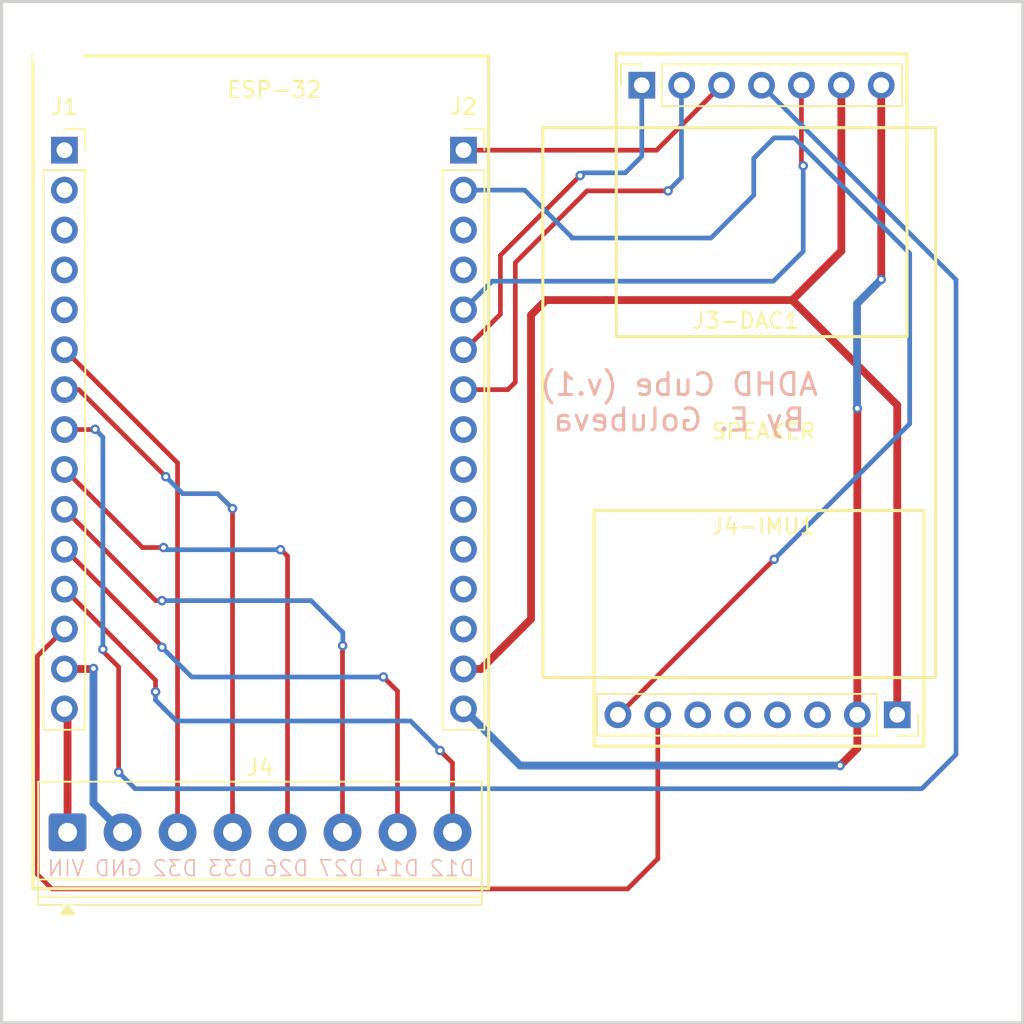
<source format=kicad_pcb>
(kicad_pcb (version 20241229) (generator "pcbnew") (generator_version "9.0")
  (layers (0 "F.Cu" signal) (2 "B.Cu" signal) (13 "F.Paste" user) (15 "B.Paste" user) (5 "F.SilkS" user "F.Silkscreen") (7 "B.SilkS" user "B.Silkscreen") (1 "F.Mask" user) (3 "B.Mask" user) (25 "Edge.Cuts" user))
  (net 0 "")
  (net 1 "GND")
  (net 2 "D12")
  (net 3 "D33")
  (net 4 "D26")
  (net 5 "D32")
  (net 6 "D27")
  (net 7 "D14")
  (net 8 "D25")
  (net 12 "D13")
  (net 13 "VIN")
  (net 17 "D21")
  (net 18 "D23")
  (net 19 "D22")
  (net 23 "3V3")
  (net 27 "D18")
  (net 29 "D19")
  (footprint "Connector_PinSocket_2.54mm:PinSocket_1x15_P2.54mm_Vertical" (layer "F.Cu") (at 79.4 59.46)
    (property "Reference" "J2" (at 0 -2.77 0) (layer "F.SilkS"))
    (property "Value" "Conn_01x15" (hide yes))
    (fp_line (start -1.33 1.27) (end -1.33 36.89) (stroke (width 0.12)) (layer "F.SilkS"))
    (fp_line (start -1.33 1.27) (end 1.33 1.27) (stroke (width 0.12)) (layer "F.SilkS"))
    (fp_line (start -1.33 36.89) (end 1.33 36.89) (stroke (width 0.12)) (layer "F.SilkS"))
    (fp_line (start 0 -1.33) (end 1.33 -1.33) (stroke (width 0.12)) (layer "F.SilkS"))
    (fp_line (start 1.33 -1.33) (end 1.33 0) (stroke (width 0.12)) (layer "F.SilkS"))
    (fp_line (start 1.33 1.27) (end 1.33 36.89) (stroke (width 0.12)) (layer "F.SilkS"))
    (pad "1" thru_hole rect (at 0 0) (size 1.7 1.7) (drill 1) (layers "*.Cu" "*.Mask") (net 18 "D23"))
    (pad "2" thru_hole circle (at 0 2.54) (size 1.7 1.7) (drill 1) (layers "*.Cu" "*.Mask") (net 19 "D22"))
    (pad "3" thru_hole circle (at 0 5.08) (size 1.7 1.7) (drill 1) (layers "*.Cu" "*.Mask"))
    (pad "4" thru_hole circle (at 0 7.62) (size 1.7 1.7) (drill 1) (layers "*.Cu" "*.Mask"))
    (pad "5" thru_hole circle (at 0 10.16) (size 1.7 1.7) (drill 1) (layers "*.Cu" "*.Mask") (net 17 "D21"))
    (pad "6" thru_hole circle (at 0 12.7) (size 1.7 1.7) (drill 1) (layers "*.Cu" "*.Mask") (net 29 "D19"))
    (pad "7" thru_hole circle (at 0 15.24) (size 1.7 1.7) (drill 1) (layers "*.Cu" "*.Mask") (net 27 "D18"))
    (pad "8" thru_hole circle (at 0 17.78) (size 1.7 1.7) (drill 1) (layers "*.Cu" "*.Mask"))
    (pad "9" thru_hole circle (at 0 20.32) (size 1.7 1.7) (drill 1) (layers "*.Cu" "*.Mask"))
    (pad "10" thru_hole circle (at 0 22.86) (size 1.7 1.7) (drill 1) (layers "*.Cu" "*.Mask"))
    (pad "11" thru_hole circle (at 0 25.4) (size 1.7 1.7) (drill 1) (layers "*.Cu" "*.Mask"))
    (pad "12" thru_hole circle (at 0 27.94) (size 1.7 1.7) (drill 1) (layers "*.Cu" "*.Mask"))
    (pad "13" thru_hole circle (at 0 30.48) (size 1.7 1.7) (drill 1) (layers "*.Cu" "*.Mask"))
    (pad "14" thru_hole circle (at 0 33.02) (size 1.7 1.7) (drill 1) (layers "*.Cu" "*.Mask") (net 1 "GND"))
    (pad "15" thru_hole circle (at 0 35.56) (size 1.7 1.7) (drill 1) (layers "*.Cu" "*.Mask") (net 23 "3V3"))
  )
  (footprint "Connector_PinSocket_2.54mm:PinSocket_1x15_P2.54mm_Vertical" (layer "F.Cu") (at 54 59.46)
    (property "Reference" "J1" (at 0 -2.77 0) (layer "F.SilkS"))
    (property "Value" "Conn_01x15" (hide yes))
    (fp_line (start -1.33 1.27) (end -1.33 36.89) (stroke (width 0.12)) (layer "F.SilkS"))
    (fp_line (start -1.33 1.27) (end 1.33 1.27) (stroke (width 0.12)) (layer "F.SilkS"))
    (fp_line (start -1.33 36.89) (end 1.33 36.89) (stroke (width 0.12)) (layer "F.SilkS"))
    (fp_line (start 0 -1.33) (end 1.33 -1.33) (stroke (width 0.12)) (layer "F.SilkS"))
    (fp_line (start 1.33 -1.33) (end 1.33 0) (stroke (width 0.12)) (layer "F.SilkS"))
    (fp_line (start 1.33 1.27) (end 1.33 36.89) (stroke (width 0.12)) (layer "F.SilkS"))
    (pad "1" thru_hole rect (at 0 0) (size 1.7 1.7) (drill 1) (layers "*.Cu" "*.Mask"))
    (pad "2" thru_hole circle (at 0 2.54) (size 1.7 1.7) (drill 1) (layers "*.Cu" "*.Mask"))
    (pad "3" thru_hole circle (at 0 5.08) (size 1.7 1.7) (drill 1) (layers "*.Cu" "*.Mask"))
    (pad "4" thru_hole circle (at 0 7.62) (size 1.7 1.7) (drill 1) (layers "*.Cu" "*.Mask"))
    (pad "5" thru_hole circle (at 0 10.16) (size 1.7 1.7) (drill 1) (layers "*.Cu" "*.Mask"))
    (pad "6" thru_hole circle (at 0 12.7) (size 1.7 1.7) (drill 1) (layers "*.Cu" "*.Mask") (net 5 "D32"))
    (pad "7" thru_hole circle (at 0 15.24) (size 1.7 1.7) (drill 1) (layers "*.Cu" "*.Mask") (net 3 "D33"))
    (pad "8" thru_hole circle (at 0 17.78) (size 1.7 1.7) (drill 1) (layers "*.Cu" "*.Mask") (net 8 "D25"))
    (pad "9" thru_hole circle (at 0 20.32) (size 1.7 1.7) (drill 1) (layers "*.Cu" "*.Mask") (net 4 "D26"))
    (pad "10" thru_hole circle (at 0 22.86) (size 1.7 1.7) (drill 1) (layers "*.Cu" "*.Mask") (net 6 "D27"))
    (pad "11" thru_hole circle (at 0 25.4) (size 1.7 1.7) (drill 1) (layers "*.Cu" "*.Mask") (net 7 "D14"))
    (pad "12" thru_hole circle (at 0 27.94) (size 1.7 1.7) (drill 1) (layers "*.Cu" "*.Mask") (net 2 "D12"))
    (pad "13" thru_hole circle (at 0 30.48) (size 1.7 1.7) (drill 1) (layers "*.Cu" "*.Mask") (net 12 "D13"))
    (pad "14" thru_hole circle (at 0 33.02) (size 1.7 1.7) (drill 1) (layers "*.Cu" "*.Mask") (net 1 "GND"))
    (pad "15" thru_hole circle (at 0 35.56) (size 1.7 1.7) (drill 1) (layers "*.Cu" "*.Mask") (net 13 "VIN"))
  )
  (footprint "MountingHole:MountingHole_3.2mm_M3" (layer "F.Cu") (at 53.6 53.6)
    (property "Reference" "H1" (hide yes))
    (property "Value" "MountingHole" (hide yes))
    (pad "" np_thru_hole circle (at 0 0) (size 3.2 3.2) (drill 3.2) (layers "*.Cu" "*.Mask"))
  )
  (footprint "Connector_PinSocket_2.54mm:PinSocket_1x07_P2.54mm_Vertical" (layer "F.Cu") (at 90.75 55.325 90)
    (property "Reference" "J3-DAC1" (at -15 6.625 180) (layer "F.SilkS"))
    (property "Value" "Conn_01x07" (hide yes))
    (fp_line (start 1.33 -1.33) (end 1.33 0) (stroke (width 0.12)) (layer "F.SilkS"))
    (fp_line (start 0 -1.33) (end 1.33 -1.33) (stroke (width 0.12)) (layer "F.SilkS"))
    (fp_line (start 1.33 1.27) (end 1.33 16.57) (stroke (width 0.12)) (layer "F.SilkS"))
    (fp_line (start -1.33 1.27) (end 1.33 1.27) (stroke (width 0.12)) (layer "F.SilkS"))
    (fp_line (start -1.33 1.27) (end -1.33 16.57) (stroke (width 0.12)) (layer "F.SilkS"))
    (fp_line (start -1.33 16.57) (end 1.33 16.57) (stroke (width 0.12)) (layer "F.SilkS"))
    (pad "1" thru_hole rect (at 0 0 90) (size 1.7 1.7) (drill 1) (layers "*.Cu" "*.Mask") (net 29 "D19"))
    (pad "2" thru_hole circle (at 0 2.54 90) (size 1.7 1.7) (drill 1) (layers "*.Cu" "*.Mask") (net 27 "D18"))
    (pad "3" thru_hole circle (at 0 5.08 90) (size 1.7 1.7) (drill 1) (layers "*.Cu" "*.Mask") (net 18 "D23"))
    (pad "4" thru_hole circle (at 0 7.62 90) (size 1.7 1.7) (drill 1) (layers "*.Cu" "*.Mask") (net 8 "D25"))
    (pad "5" thru_hole circle (at 0 10.16 90) (size 1.7 1.7) (drill 1) (layers "*.Cu" "*.Mask") (net 17 "D21"))
    (pad "6" thru_hole circle (at 0 12.7 90) (size 1.7 1.7) (drill 1) (layers "*.Cu" "*.Mask") (net 1 "GND"))
    (pad "7" thru_hole circle (at 0 15.24 90) (size 1.7 1.7) (drill 1) (layers "*.Cu" "*.Mask") (net 23 "3V3"))
  )
  (footprint "MountingHole:MountingHole_3.2mm_M3" (layer "F.Cu") (at 53.6 111.4)
    (property "Reference" "H4" (hide yes))
    (property "Value" "MountingHole" (hide yes))
    (pad "" np_thru_hole circle (at 0 0) (size 3.2 3.2) (drill 3.2) (layers "*.Cu" "*.Mask"))
  )
  (footprint "TerminalBlock_Phoenix:TerminalBlock_Phoenix_PT-1,5-8-3.5-H_1x08_P3.50mm_Horizontal" (layer "F.Cu") (at 54.2 102.875)
    (property "Reference" "J4" (at 12.27 -4.115 0) (layer "F.SilkS"))
    (property "Value" "Screw_Terminal_01x08" (hide yes))
    (fp_line (start -1.87 -3.22) (end 26.37 -3.22) (stroke (width 0.12)) (layer "F.SilkS"))
    (fp_line (start -1.87 3) (end 26.37 3) (stroke (width 0.12)) (layer "F.SilkS"))
    (fp_line (start -1.87 4.1) (end 26.37 4.1) (stroke (width 0.12)) (layer "F.SilkS"))
    (fp_line (start -1.87 4.62) (end -1.87 -3.22) (stroke (width 0.12)) (layer "F.SilkS"))
    (fp_line (start -0.3 4.62) (end -1.87 4.62) (stroke (width 0.12)) (layer "F.SilkS"))
    (fp_line (start 26.37 -3.22) (end 26.37 4.62) (stroke (width 0.12)) (layer "F.SilkS"))
    (fp_line (start 26.37 4.62) (end 0.3 4.62) (stroke (width 0.12)) (layer "F.SilkS"))
    (fp_poly (pts (xy 0 4.62) (xy 0.44 5.23) (xy -0.44 5.23)) (stroke (width 0.12)) (fill yes) (layer "F.SilkS"))
    (pad "1" thru_hole roundrect (at 0 0) (size 2.4 2.4) (drill 1.2) (layers "*.Cu" "*.Mask") (roundrect_rratio 0.104167) (net 13 "VIN"))
    (pad "2" thru_hole circle (at 3.5 0) (size 2.4 2.4) (drill 1.2) (layers "*.Cu" "*.Mask") (net 1 "GND"))
    (pad "3" thru_hole circle (at 7 0) (size 2.4 2.4) (drill 1.2) (layers "*.Cu" "*.Mask") (net 5 "D32"))
    (pad "4" thru_hole circle (at 10.5 0) (size 2.4 2.4) (drill 1.2) (layers "*.Cu" "*.Mask") (net 3 "D33"))
    (pad "5" thru_hole circle (at 14 0) (size 2.4 2.4) (drill 1.2) (layers "*.Cu" "*.Mask") (net 4 "D26"))
    (pad "6" thru_hole circle (at 17.5 0) (size 2.4 2.4) (drill 1.2) (layers "*.Cu" "*.Mask") (net 6 "D27"))
    (pad "7" thru_hole circle (at 21 0) (size 2.4 2.4) (drill 1.2) (layers "*.Cu" "*.Mask") (net 7 "D14"))
    (pad "8" thru_hole circle (at 24.5 0) (size 2.4 2.4) (drill 1.2) (layers "*.Cu" "*.Mask") (net 2 "D12"))
  )
  (footprint "MountingHole:MountingHole_3.2mm_M3" (layer "F.Cu") (at 111.41 111.42)
    (property "Reference" "H3" (hide yes))
    (property "Value" "MountingHole" (hide yes))
    (pad "" np_thru_hole circle (at 0 0) (size 3.2 3.2) (drill 3.2) (layers "*.Cu" "*.Mask"))
  )
  (footprint "MountingHole:MountingHole_3.2mm_M3" (layer "F.Cu") (at 111.4 53.6)
    (property "Reference" "H2" (hide yes))
    (property "Value" "MountingHole" (hide yes))
    (pad "" np_thru_hole circle (at 0 0) (size 3.2 3.2) (drill 3.2) (layers "*.Cu" "*.Mask"))
  )
  (footprint "Connector_PinSocket_2.54mm:PinSocket_1x08_P2.54mm_Vertical" (layer "F.Cu") (at 107.009138 95.394959 -90)
    (property "Reference" "J4-IMU1" (at -12 8.54 0) (layer "F.SilkS"))
    (property "Value" "Conn_01x08" (hide yes))
    (fp_line (start -1.33 19.11) (end 1.33 19.11) (stroke (width 0.12)) (layer "F.SilkS"))
    (fp_line (start -1.33 1.27) (end -1.33 19.11) (stroke (width 0.12)) (layer "F.SilkS"))
    (fp_line (start -1.33 1.27) (end 1.33 1.27) (stroke (width 0.12)) (layer "F.SilkS"))
    (fp_line (start 1.33 1.27) (end 1.33 19.11) (stroke (width 0.12)) (layer "F.SilkS"))
    (fp_line (start 0 -1.33) (end 1.33 -1.33) (stroke (width 0.12)) (layer "F.SilkS"))
    (fp_line (start 1.33 -1.33) (end 1.33 0) (stroke (width 0.12)) (layer "F.SilkS"))
    (pad "1" thru_hole rect (at 0 0 270) (size 1.7 1.7) (drill 1) (layers "*.Cu" "*.Mask") (net 1 "GND"))
    (pad "2" thru_hole circle (at 0 2.54 270) (size 1.7 1.7) (drill 1) (layers "*.Cu" "*.Mask") (net 23 "3V3"))
    (pad "3" thru_hole circle (at 0 5.08 270) (size 1.7 1.7) (drill 1) (layers "*.Cu" "*.Mask"))
    (pad "4" thru_hole circle (at 0 7.62 270) (size 1.7 1.7) (drill 1) (layers "*.Cu" "*.Mask"))
    (pad "5" thru_hole circle (at 0 10.16 270) (size 1.7 1.7) (drill 1) (layers "*.Cu" "*.Mask"))
    (pad "6" thru_hole circle (at 0 12.7 270) (size 1.7 1.7) (drill 1) (layers "*.Cu" "*.Mask"))
    (pad "7" thru_hole circle (at 0 15.24 270) (size 1.7 1.7) (drill 1) (layers "*.Cu" "*.Mask") (net 12 "D13"))
    (pad "8" thru_hole circle (at 0 17.78 270) (size 1.7 1.7) (drill 1) (layers "*.Cu" "*.Mask") (net 19 "D22"))
  )
  (gr_rect (start 87.709138 82.394959) (end 108.709138 97.394959) (stroke (width 0.2)) (fill no) (layer "F.SilkS"))
  (gr_rect (start 84.45 58.025) (end 109.45 93.025) (stroke (width 0.2)) (fill no) (layer "F.SilkS"))
  (gr_rect (start 52 53.46) (end 81 106.46) (stroke (width 0.2)) (fill no) (layer "F.SilkS"))
  (gr_rect (start 89.13 53.325) (end 107.63 71.325) (stroke (width 0.2)) (fill no) (layer "F.SilkS"))
  (gr_rect (start 50 50) (end 115 115) (stroke (width 0.2)) (fill no) (layer "Edge.Cuts"))
  (gr_text "ESP-32" (at 67.35 55.6 0) (layer "F.SilkS") (effects (font (size 1 1))))
  (gr_text "SPEAKER" (at 98.5 77.35 0) (layer "F.SilkS") (effects (font (size 1 1))))
  (gr_text "D12" (at 80.196327 105.75 0) (layer "B.SilkS") (effects (font (size 1 1) (thickness 0.1)) (justify left bottom mirror)))
  (gr_text "ADHD Cube (v.1)\nBy E. Golubeva" (at 93.12 75.5 0) (layer "B.SilkS") (effects (font (size 1.4 1.4) (thickness 0.2)) (justify mirror)))
  (gr_text "GND" (at 59.027347 105.75 0) (layer "B.SilkS") (effects (font (size 1 1) (thickness 0.1)) (justify left bottom mirror)))
  (gr_text "D26" (at 69.611837 105.75 0) (layer "B.SilkS") (effects (font (size 1 1) (thickness 0.1)) (justify left bottom mirror)))
  (gr_text "D32" (at 62.555511 105.75 0) (layer "B.SilkS") (effects (font (size 1 1) (thickness 0.1)) (justify left bottom mirror)))
  (gr_text "D33" (at 66.083674 105.75 0) (layer "B.SilkS") (effects (font (size 1 1) (thickness 0.1)) (justify left bottom mirror)))
  (gr_text "VIN" (at 55.356327 105.75 0) (layer "B.SilkS") (effects (font (size 1 1) (thickness 0.1)) (justify left bottom mirror)))
  (gr_text "D14" (at 76.668164 105.75 0) (layer "B.SilkS") (effects (font (size 1 1) (thickness 0.1)) (justify left bottom mirror)))
  (gr_text "D27" (at 73.14 105.75 0) (layer "B.SilkS") (effects (font (size 1 1) (thickness 0.1)) (justify left bottom mirror)))
  (segment (start 103.45 65.875) (end 100.325 69) (width 0.5) (layer "F.Cu") (net 1))
  (segment (start 103.45 55.325) (end 103.45 65.875) (width 0.5) (layer "F.Cu") (net 1))
  (segment (start 83.7 89.3) (end 80.52 92.48) (width 0.5) (layer "F.Cu") (net 1))
  (segment (start 55.82 92.48) (end 55.85 92.45) (width 0.3) (layer "F.Cu") (net 1))
  (segment (start 80.52 92.48) (end 79.4 92.48) (width 0.5) (layer "F.Cu") (net 1))
  (segment (start 107.009138 95.394959) (end 107.009138 75.684138) (width 0.5) (layer "F.Cu") (net 1))
  (segment (start 100.325 69) (end 88.5 69) (width 0.5) (layer "F.Cu") (net 1))
  (segment (start 107.009138 75.684138) (end 100.325 69) (width 0.5) (layer "F.Cu") (net 1))
  (segment (start 54 92.48) (end 55.82 92.48) (width 0.5) (layer "F.Cu") (net 1))
  (segment (start 83.7 69.95) (end 83.7 89.3) (width 0.5) (layer "F.Cu") (net 1))
  (segment (start 88.5 69) (end 84.65 69) (width 0.5) (layer "F.Cu") (net 1))
  (segment (start 84.65 69) (end 83.7 69.95) (width 0.5) (layer "F.Cu") (net 1))
  (via (at 55.85 92.45) (size 0.6) (drill 0.3) (layers "F.Cu" "B.Cu") (net 1))
  (segment (start 57.7 102.875) (end 55.849 101.024) (width 0.5) (layer "B.Cu") (net 1))
  (segment (start 55.849 92.451) (end 55.85 92.45) (width 0.5) (layer "B.Cu") (net 1))
  (segment (start 55.849 101.024) (end 55.849 92.451) (width 0.5) (layer "B.Cu") (net 1))
  (segment (start 54 87.4) (end 59.8 93.2) (width 0.3) (layer "F.Cu") (net 2))
  (segment (start 59.8 93.2) (end 59.8 93.93) (width 0.3) (layer "F.Cu") (net 2))
  (segment (start 78.7 98.46) (end 78.7 102.875) (width 0.3) (layer "F.Cu") (net 2))
  (segment (start 77.91 97.67) (end 78.7 98.46) (width 0.3) (layer "F.Cu") (net 2))
  (via (at 77.91 97.67) (size 0.6) (drill 0.3) (layers "F.Cu" "B.Cu") (net 2))
  (via (at 59.8 93.93) (size 0.6) (drill 0.3) (layers "F.Cu" "B.Cu") (net 2))
  (segment (start 61.13 95.79) (end 75.73 95.79) (width 0.3) (layer "B.Cu") (net 2))
  (segment (start 60.44 95.1) (end 61.13 95.79) (width 0.3) (layer "B.Cu") (net 2))
  (segment (start 75.73 95.79) (end 76.03 95.79) (width 0.3) (layer "B.Cu") (net 2))
  (segment (start 59.8 93.93) (end 59.8 94.46) (width 0.3) (layer "B.Cu") (net 2))
  (segment (start 76.03 95.79) (end 77.91 97.67) (width 0.3) (layer "B.Cu") (net 2))
  (segment (start 59.8 94.46) (end 60.44 95.1) (width 0.3) (layer "B.Cu") (net 2))
  (segment (start 54.91 74.7) (end 60.45 80.24) (width 0.3) (layer "F.Cu") (net 3))
  (segment (start 64.7 82.27) (end 64.7 102.875) (width 0.3) (layer "F.Cu") (net 3))
  (segment (start 54 74.7) (end 54.91 74.7) (width 0.3) (layer "F.Cu") (net 3))
  (segment (start 54 74.7) (end 54 74.24) (width 0.3) (layer "F.Cu") (net 3))
  (via (at 60.45 80.24) (size 0.6) (drill 0.3) (layers "F.Cu" "B.Cu") (net 3))
  (via (at 64.7 82.27) (size 0.6) (drill 0.3) (layers "F.Cu" "B.Cu") (net 3))
  (segment (start 64.7 82.27) (end 63.75 81.32) (width 0.3) (layer "B.Cu") (net 3))
  (segment (start 63.75 81.32) (end 61.53 81.32) (width 0.3) (layer "B.Cu") (net 3))
  (segment (start 61.53 81.32) (end 60.45 80.24) (width 0.3) (layer "B.Cu") (net 3))
  (segment (start 68.2 85.3) (end 68.2 102.875) (width 0.3) (layer "F.Cu") (net 4))
  (segment (start 58.97 84.75) (end 60.31 84.75) (width 0.3) (layer "F.Cu") (net 4))
  (segment (start 54 79.78) (end 58.97 84.75) (width 0.3) (layer "F.Cu") (net 4))
  (segment (start 67.79 84.89) (end 68.2 85.3) (width 0.3) (layer "F.Cu") (net 4))
  (segment (start 67.75 84.89) (end 67.79 84.89) (width 0.3) (layer "F.Cu") (net 4))
  (via (at 67.75 84.89) (size 0.6) (drill 0.3) (layers "F.Cu" "B.Cu") (net 4))
  (via (at 60.31 84.75) (size 0.6) (drill 0.3) (layers "F.Cu" "B.Cu") (net 4))
  (segment (start 60.31 84.75) (end 60.45 84.89) (width 0.3) (layer "B.Cu") (net 4))
  (segment (start 60.45 84.89) (end 67.75 84.89) (width 0.3) (layer "B.Cu") (net 4))
  (segment (start 54 72.16) (end 54 71.7) (width 0.3) (layer "F.Cu") (net 5))
  (segment (start 61.2 102.875) (end 61.2 79.36) (width 0.3) (layer "F.Cu") (net 5))
  (segment (start 61.2 79.36) (end 54 72.16) (width 0.3) (layer "F.Cu") (net 5))
  (segment (start 71.71 91.37) (end 71.7 91.38) (width 0.3) (layer "F.Cu") (net 6))
  (segment (start 71.71 91) (end 71.71 91.37) (width 0.3) (layer "F.Cu") (net 6))
  (segment (start 71.7 91.38) (end 71.7 102.875) (width 0.3) (layer "F.Cu") (net 6))
  (segment (start 54 82.32) (end 59.81 88.13) (width 0.3) (layer "F.Cu") (net 6))
  (segment (start 59.81 88.13) (end 60.21 88.13) (width 0.3) (layer "F.Cu") (net 6))
  (via (at 71.71 91) (size 0.6) (drill 0.3) (layers "F.Cu" "B.Cu") (net 6))
  (via (at 60.21 88.13) (size 0.6) (drill 0.3) (layers "F.Cu" "B.Cu") (net 6))
  (segment (start 71.71 91) (end 71.71 90.77) (width 0.3) (layer "B.Cu") (net 6))
  (segment (start 69.7 88.13) (end 60.21 88.13) (width 0.3) (layer "B.Cu") (net 6))
  (segment (start 71.72 90.76) (end 71.72 90.15) (width 0.3) (layer "B.Cu") (net 6))
  (segment (start 71.71 90.77) (end 71.72 90.76) (width 0.3) (layer "B.Cu") (net 6))
  (segment (start 71.72 90.15) (end 69.7 88.13) (width 0.3) (layer "B.Cu") (net 6))
  (segment (start 75.2 93.89) (end 75.2 102.875) (width 0.3) (layer "F.Cu") (net 7))
  (segment (start 54 84.86) (end 54.03 84.86) (width 0.3) (layer "F.Cu") (net 7))
  (segment (start 54.03 84.86) (end 60.21 91.04) (width 0.3) (layer "F.Cu") (net 7))
  (segment (start 60.21 91.04) (end 60.21 91.1) (width 0.3) (layer "F.Cu") (net 7))
  (segment (start 74.3 92.99) (end 75.2 93.89) (width 0.3) (layer "F.Cu") (net 7))
  (via (at 60.21 91.1) (size 0.6) (drill 0.3) (layers "F.Cu" "B.Cu") (net 7))
  (via (at 74.3 92.99) (size 0.6) (drill 0.3) (layers "F.Cu" "B.Cu") (net 7))
  (segment (start 60.21 91.1) (end 62.1 92.99) (width 0.3) (layer "B.Cu") (net 7))
  (segment (start 62.1 92.99) (end 74.3 92.99) (width 0.3) (layer "B.Cu") (net 7))
  (segment (start 56.4475 91.23) (end 56.4475 91.3475) (width 0.3) (layer "F.Cu") (net 8))
  (segment (start 57.45 92.35) (end 57.45 99.05) (width 0.3) (layer "F.Cu") (net 8))
  (segment (start 55.935 77.24) (end 55.95 77.225) (width 0.3) (layer "F.Cu") (net 8))
  (segment (start 54 77.24) (end 55.935 77.24) (width 0.3) (layer "F.Cu") (net 8))
  (segment (start 56.4475 91.3475) (end 57.45 92.35) (width 0.3) (layer "F.Cu") (net 8))
  (via (at 55.95 77.225) (size 0.6) (drill 0.3) (layers "F.Cu" "B.Cu") (net 8))
  (via (at 56.4475 91.23) (size 0.6) (drill 0.3) (layers "F.Cu" "B.Cu") (net 8))
  (via (at 57.45 99.05) (size 0.6) (drill 0.3) (layers "F.Cu" "B.Cu") (net 8))
  (segment (start 57.45 99.05) (end 58.5 100.1) (width 0.3) (layer "B.Cu") (net 8))
  (segment (start 58.5 100.1) (end 108.575 100.1) (width 0.3) (layer "B.Cu") (net 8))
  (segment (start 98.600322 55.555322) (end 98.37 55.555322) (width 0.3) (layer "B.Cu") (net 8))
  (segment (start 56.4475 91.23) (end 56.4475 77.7225) (width 0.3) (layer "B.Cu") (net 8))
  (segment (start 56.4475 77.7225) (end 55.95 77.225) (width 0.3) (layer "B.Cu") (net 8))
  (segment (start 110.75 67.705) (end 98.600322 55.555322) (width 0.3) (layer "B.Cu") (net 8))
  (segment (start 110.75 97.925) (end 110.75 67.705) (width 0.3) (layer "B.Cu") (net 8))
  (segment (start 108.575 100.1) (end 110.75 97.925) (width 0.3) (layer "B.Cu") (net 8))
  (segment (start 91.769138 104.555862) (end 91.769138 95.394959) (width 0.3) (layer "F.Cu") (net 12))
  (segment (start 52.275 91.665) (end 52.275 105.55) (width 0.3) (layer "F.Cu") (net 12))
  (segment (start 52.275 105.55) (end 53.2 106.475) (width 0.3) (layer "F.Cu") (net 12))
  (segment (start 53.2 106.475) (end 89.85 106.475) (width 0.3) (layer "F.Cu") (net 12))
  (segment (start 54 89.94) (end 52.275 91.665) (width 0.3) (layer "F.Cu") (net 12))
  (segment (start 89.85 106.475) (end 91.769138 104.555862) (width 0.3) (layer "F.Cu") (net 12))
  (segment (start 54.2 95.22) (end 54 95.02) (width 0.3) (layer "F.Cu") (net 13))
  (segment (start 54.2 102.875) (end 54.2 95.22) (width 0.5) (layer "F.Cu") (net 13))
  (segment (start 100.91 55.325) (end 100.91 60.335) (width 0.3) (layer "F.Cu") (net 17))
  (segment (start 100.91 60.335) (end 101.025 60.45) (width 0.3) (layer "F.Cu") (net 17))
  (via (at 101.025 60.45) (size 0.6) (drill 0.3) (layers "F.Cu" "B.Cu") (net 17))
  (segment (start 101.025 60.45) (end 101.025 65.9) (width 0.3) (layer "B.Cu") (net 17))
  (segment (start 81.22 67.8) (end 79.78163 69.23837) (width 0.3) (layer "B.Cu") (net 17))
  (segment (start 99.125 67.8) (end 81.22 67.8) (width 0.3) (layer "B.Cu") (net 17))
  (segment (start 79.78163 69.23837) (end 79.78163 69.62) (width 0.3) (layer "B.Cu") (net 17))
  (segment (start 101.025 65.9) (end 99.125 67.8) (width 0.3) (layer "B.Cu") (net 17))
  (segment (start 95.83 55.325) (end 91.695 59.46) (width 0.3) (layer "F.Cu") (net 18))
  (segment (start 91.695 59.46) (end 79.4 59.46) (width 0.3) (layer "F.Cu") (net 18))
  (segment (start 89.280041 95.394959) (end 99.175 85.5) (width 0.3) (layer "F.Cu") (net 19))
  (segment (start 89.229138 95.394959) (end 89.280041 95.394959) (width 0.3) (layer "F.Cu") (net 19))
  (via (at 99.175 85.5) (size 0.6) (drill 0.3) (layers "F.Cu" "B.Cu") (net 19))
  (segment (start 86.3 65) (end 83.3 62) (width 0.3) (layer "B.Cu") (net 19))
  (segment (start 97.875 59.975) (end 97.875 62.325) (width 0.3) (layer "B.Cu") (net 19))
  (segment (start 86.3 65.05) (end 86.3 65) (width 0.3) (layer "B.Cu") (net 19))
  (segment (start 100.45 58.675) (end 99.175 58.675) (width 0.3) (layer "B.Cu") (net 19))
  (segment (start 107.8 76.875) (end 107.8 66.025) (width 0.3) (layer "B.Cu") (net 19))
  (segment (start 97.875 62.325) (end 95.15 65.05) (width 0.3) (layer "B.Cu") (net 19))
  (segment (start 107.8 66.025) (end 100.45 58.675) (width 0.3) (layer "B.Cu") (net 19))
  (segment (start 95.15 65.05) (end 86.3 65.05) (width 0.3) (layer "B.Cu") (net 19))
  (segment (start 99.175 58.675) (end 97.875 59.975) (width 0.3) (layer "B.Cu") (net 19))
  (segment (start 83.3 62) (end 79.4 62) (width 0.3) (layer "B.Cu") (net 19))
  (segment (start 99.175 85.5) (end 107.8 76.875) (width 0.3) (layer "B.Cu") (net 19))
  (segment (start 104.469138 97.530862) (end 103.375 98.625) (width 0.5) (layer "F.Cu") (net 23))
  (segment (start 104.469138 75.894138) (end 104.45 75.875) (width 0.5) (layer "F.Cu") (net 23))
  (segment (start 105.99 67.685) (end 105.925 67.75) (width 0.3) (layer "F.Cu") (net 23))
  (segment (start 104.469138 95.394959) (end 104.469138 75.894138) (width 0.5) (layer "F.Cu") (net 23))
  (segment (start 104.469138 95.394959) (end 104.469138 97.530862) (width 0.5) (layer "F.Cu") (net 23))
  (segment (start 105.99 55.325) (end 105.99 67.685) (width 0.5) (layer "F.Cu") (net 23))
  (segment (start 105.99 55.325) (end 105.975 55.34) (width 0.3) (layer "F.Cu") (net 23))
  (via (at 105.99 67.685) (size 0.6) (drill 0.3) (layers "F.Cu" "B.Cu") (net 23))
  (via (at 103.375 98.625) (size 0.6) (drill 0.3) (layers "F.Cu" "B.Cu") (net 23))
  (via (at 104.469138 75.894138) (size 0.6) (drill 0.3) (layers "F.Cu" "B.Cu") (net 23))
  (segment (start 104.45 69.225) (end 105.925 67.75) (width 0.5) (layer "B.Cu") (net 23))
  (segment (start 83.005 98.625) (end 79.4 95.02) (width 0.5) (layer "B.Cu") (net 23))
  (segment (start 104.45 75.875) (end 104.45 69.225) (width 0.5) (layer "B.Cu") (net 23))
  (segment (start 103.375 98.625) (end 83.005 98.625) (width 0.5) (layer "B.Cu") (net 23))
  (segment (start 92.425 62.05) (end 87.265108 62.05) (width 0.3) (layer "F.Cu") (net 27))
  (segment (start 82.7 74.225) (end 82.225 74.7) (width 0.3) (layer "F.Cu") (net 27))
  (segment (start 82.7 66.615108) (end 82.7 74.225) (width 0.3) (layer "F.Cu") (net 27))
  (segment (start 87.265108 62.05) (end 82.7 66.615108) (width 0.3) (layer "F.Cu") (net 27))
  (segment (start 82.225 74.7) (end 79.4 74.7) (width 0.3) (layer "F.Cu") (net 27))
  (via (at 92.425 62.05) (size 0.6) (drill 0.3) (layers "F.Cu" "B.Cu") (net 27))
  (segment (start 92.425 62.05) (end 93.275 61.2) (width 0.3) (layer "B.Cu") (net 27))
  (segment (start 93.275 55.555322) (end 93.29 55.555322) (width 0.3) (layer "B.Cu") (net 27))
  (segment (start 93.275 61.2) (end 93.275 55.555322) (width 0.3) (layer "B.Cu") (net 27))
  (segment (start 81.75 69.9) (end 81.75 66.15) (width 0.3) (layer "F.Cu") (net 29))
  (segment (start 81.75 66.15) (end 86.825 61.075) (width 0.3) (layer "F.Cu") (net 29))
  (segment (start 79.49 72.16) (end 81.75 69.9) (width 0.3) (layer "F.Cu") (net 29))
  (segment (start 79.4 72.16) (end 79.49 72.16) (width 0.3) (layer "F.Cu") (net 29))
  (via (at 86.825 61.075) (size 0.6) (drill 0.3) (layers "F.Cu" "B.Cu") (net 29))
  (segment (start 90.75 59.85) (end 90.75 55.325) (width 0.3) (layer "B.Cu") (net 29))
  (segment (start 87 60.9) (end 89.7 60.9) (width 0.3) (layer "B.Cu") (net 29))
  (segment (start 89.7 60.9) (end 90.75 59.85) (width 0.3) (layer "B.Cu") (net 29))
  (segment (start 86.825 61.075) (end 87 60.9) (width 0.3) (layer "B.Cu") (net 29))
)
</source>
